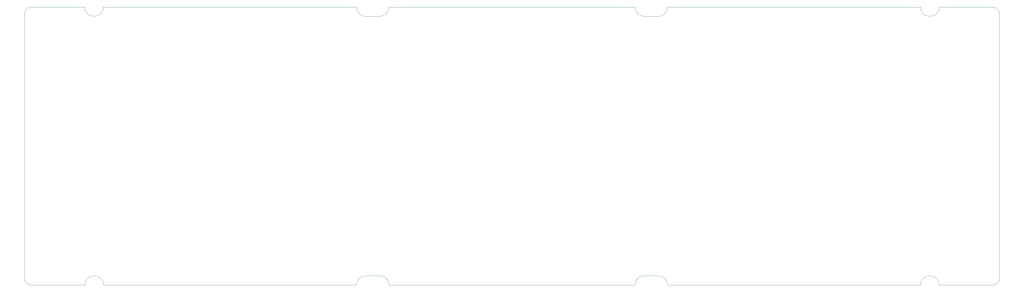
<source format=gm1>
G04 #@! TF.GenerationSoftware,KiCad,Pcbnew,(5.1.5)-3*
G04 #@! TF.CreationDate,2020-04-29T22:23:23+10:00*
G04 #@! TF.ProjectId,rei_pcb,7265695f-7063-4622-9e6b-696361645f70,rev?*
G04 #@! TF.SameCoordinates,Original*
G04 #@! TF.FileFunction,Profile,NP*
%FSLAX46Y46*%
G04 Gerber Fmt 4.6, Leading zero omitted, Abs format (unit mm)*
G04 Created by KiCad (PCBNEW (5.1.5)-3) date 2020-04-29 22:23:23*
%MOMM*%
%LPD*%
G04 APERTURE LIST*
%ADD10C,0.050000*%
G04 APERTURE END LIST*
D10*
X44450000Y-127000000D02*
X26193750Y-127000000D01*
X50800000Y-127000000D02*
X137318750Y-127000000D01*
X232568750Y-127000000D02*
X148431250Y-127000000D01*
X330200000Y-127000000D02*
X243681250Y-127000000D01*
X354806250Y-127000000D02*
X336550000Y-127000000D01*
X336550000Y-31750000D02*
X354806250Y-31750000D01*
X243681250Y-31750000D02*
X330200000Y-31750000D01*
X148431250Y-31750000D02*
X232568750Y-31750000D01*
X50800000Y-31750000D02*
X137318750Y-31750000D01*
X26193750Y-31750000D02*
X44450000Y-31750000D01*
X145256250Y-34925000D02*
X140493750Y-34925000D01*
X240506250Y-34925000D02*
X235743750Y-34925000D01*
X243681250Y-31750000D02*
G75*
G02X240506250Y-34925000I-3175000J0D01*
G01*
X235743750Y-34925000D02*
G75*
G02X232568750Y-31750000I0J3175000D01*
G01*
X148431250Y-31750000D02*
G75*
G02X145256250Y-34925000I-3175000J0D01*
G01*
X140493750Y-34925000D02*
G75*
G02X137318750Y-31750000I0J3175000D01*
G01*
X50800000Y-31750000D02*
G75*
G02X44450000Y-31750000I-3175000J0D01*
G01*
X336550000Y-31750000D02*
G75*
G02X330200000Y-31750000I-3175000J0D01*
G01*
X145256250Y-123825000D02*
X140493750Y-123825000D01*
X137318750Y-127000000D02*
G75*
G02X140493750Y-123825000I3175000J0D01*
G01*
X145256250Y-123825000D02*
G75*
G02X148431250Y-127000000I0J-3175000D01*
G01*
X235743750Y-123825000D02*
X240506250Y-123825000D01*
X232568750Y-127000000D02*
G75*
G02X235743750Y-123825000I3175000J0D01*
G01*
X240506250Y-123825000D02*
G75*
G02X243681250Y-127000000I0J-3175000D01*
G01*
X330200000Y-127000000D02*
G75*
G02X336550000Y-127000000I3175000J0D01*
G01*
X44450000Y-127000000D02*
G75*
G02X50800000Y-127000000I3175000J0D01*
G01*
X23812500Y-124618750D02*
X23812500Y-34131250D01*
X357187500Y-34131250D02*
X357187500Y-124618750D01*
X354806250Y-31750000D02*
G75*
G02X357187500Y-34131250I0J-2381250D01*
G01*
X357187500Y-124618750D02*
G75*
G02X354806250Y-127000000I-2381250J0D01*
G01*
X26193750Y-127000000D02*
G75*
G02X23812500Y-124618750I0J2381250D01*
G01*
X23812500Y-34131250D02*
G75*
G02X26193750Y-31750000I2381250J0D01*
G01*
M02*

</source>
